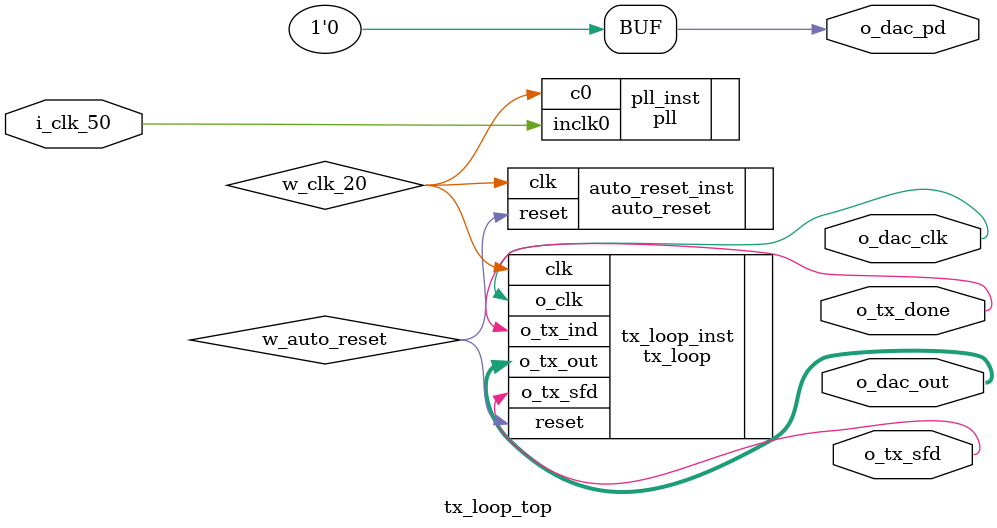
<source format=v>

module tx_loop_top(i_clk_50, o_dac_clk, o_dac_pd, o_dac_out, o_tx_done, o_tx_sfd);

    parameter WIDTH=10;

    input i_clk_50;

    output [WIDTH-1:0] o_dac_out;
    output o_tx_done;
    output o_tx_sfd;
    output o_dac_clk;
    output o_dac_pd;

    wire w_clk_20;
    wire w_auto_reset;
    
    pll pll_inst(.inclk0(i_clk_50), .c0(w_clk_20)); 

    auto_reset auto_reset_inst(.clk(w_clk_20), .reset(w_auto_reset));

    tx_loop tx_loop_inst(.clk(w_clk_20), .reset(w_auto_reset), 
                         .o_tx_ind(o_tx_done), .o_tx_sfd(o_tx_sfd), 
                         .o_tx_out(o_dac_out), .o_clk(o_dac_clk));
                         
    assign o_dac_pd = 1'b0;
              

endmodule









</source>
